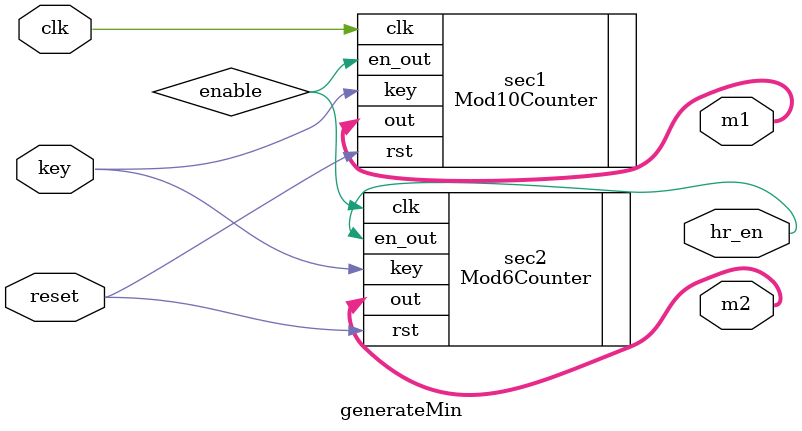
<source format=v>
`timescale 1ms / 1ms
module generateMin(clk, reset, m1, m2, hr_en, key);
    input wire clk, reset, key;
	 output wire [3:0] m1, m2;
	 output wire hr_en;
	 
	 wire enable;
	 Mod10Counter sec1(.clk(clk), .out(m1), .en_out(enable), .rst(reset), .key(key));
	 Mod6Counter sec2(.clk(enable), .out(m2), .en_out(hr_en), .rst(reset), .key(key));
endmodule

</source>
